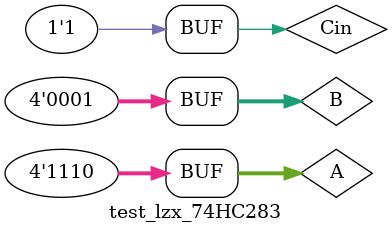
<source format=v>
module test_lzx_74HC283;
    reg  [3:0] A;
    reg  [3:0] B;
    reg        Cin;
    wire [3:0] S;
    wire       Cout;

    wire [3:0] G;
    wire [3:0] P;
    wire [3:0] C;

    lzx_74HC283 u1(
        .A(A),
        .B(B),
        .Cin(Cin),
        .S(S),
        .Cout(Cout),
        .G(G),  
        .P(P),  
        .C(C)   
    );

    initial begin

        A = 4'b0101; B = 4'b0010; Cin = 1'b0; #20; 
        A = 4'b0011; B = 4'b0100; Cin = 1'b0; #20;
        A = 4'b1001; B = 4'b0111; Cin = 1'b0; #20;
        A = 4'b1111; B = 4'b0001; Cin = 1'b0; #20;
        A = 4'b0001; B = 4'b0000; Cin = 1'b1; #20;
        A = 4'b0110; B = 4'b0001; Cin = 1'b1; #20;
        A = 4'b1111; B = 4'b1111; Cin = 1'b1; #20;
        A = 4'b1110; B = 4'b0001; Cin = 1'b1; #20;

    end
endmodule
</source>
